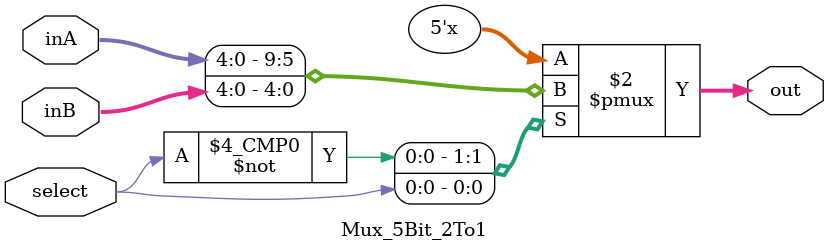
<source format=v>
`timescale 1ns / 1ps


module Mux_5Bit_2To1(out, inA, inB, select);

    
    input [4:0] inA;
    input [4:0] inB;
    input select;

    output reg [4:0] out;
    
    
    always @(*)begin 
    
        case (select)
        
            1'b0:
            begin
                out <= inA;
            end

            1'b1:
            begin
                out <= inB;
            end


        endcase



    end

endmodule

</source>
